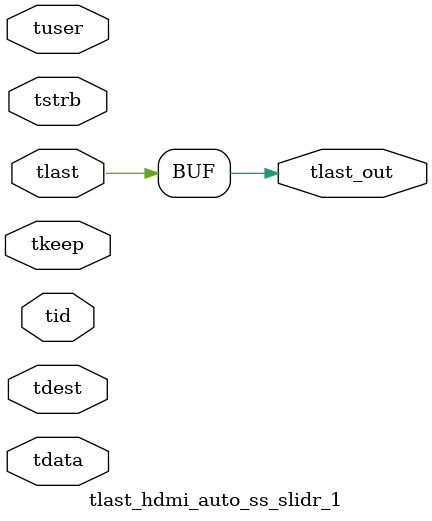
<source format=v>


`timescale 1ps/1ps

module tlast_hdmi_auto_ss_slidr_1 #
(
parameter C_S_AXIS_TID_WIDTH   = 1,
parameter C_S_AXIS_TUSER_WIDTH = 0,
parameter C_S_AXIS_TDATA_WIDTH = 0,
parameter C_S_AXIS_TDEST_WIDTH = 0
)
(
input  [(C_S_AXIS_TID_WIDTH   == 0 ? 1 : C_S_AXIS_TID_WIDTH)-1:0       ] tid,
input  [(C_S_AXIS_TDATA_WIDTH == 0 ? 1 : C_S_AXIS_TDATA_WIDTH)-1:0     ] tdata,
input  [(C_S_AXIS_TUSER_WIDTH == 0 ? 1 : C_S_AXIS_TUSER_WIDTH)-1:0     ] tuser,
input  [(C_S_AXIS_TDEST_WIDTH == 0 ? 1 : C_S_AXIS_TDEST_WIDTH)-1:0     ] tdest,
input  [(C_S_AXIS_TDATA_WIDTH/8)-1:0 ] tkeep,
input  [(C_S_AXIS_TDATA_WIDTH/8)-1:0 ] tstrb,
input  [0:0]                                                             tlast,
output                                                                   tlast_out
);

assign tlast_out = {tlast};

endmodule


</source>
